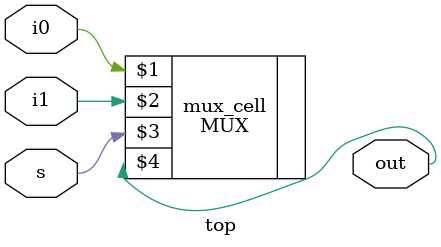
<source format=v>
module top(
  input  wire i0,
  input  wire i1,
  input  wire s,
  output wire out
);

  MUX mux_cell (i0, i1, s, out);

endmodule

</source>
